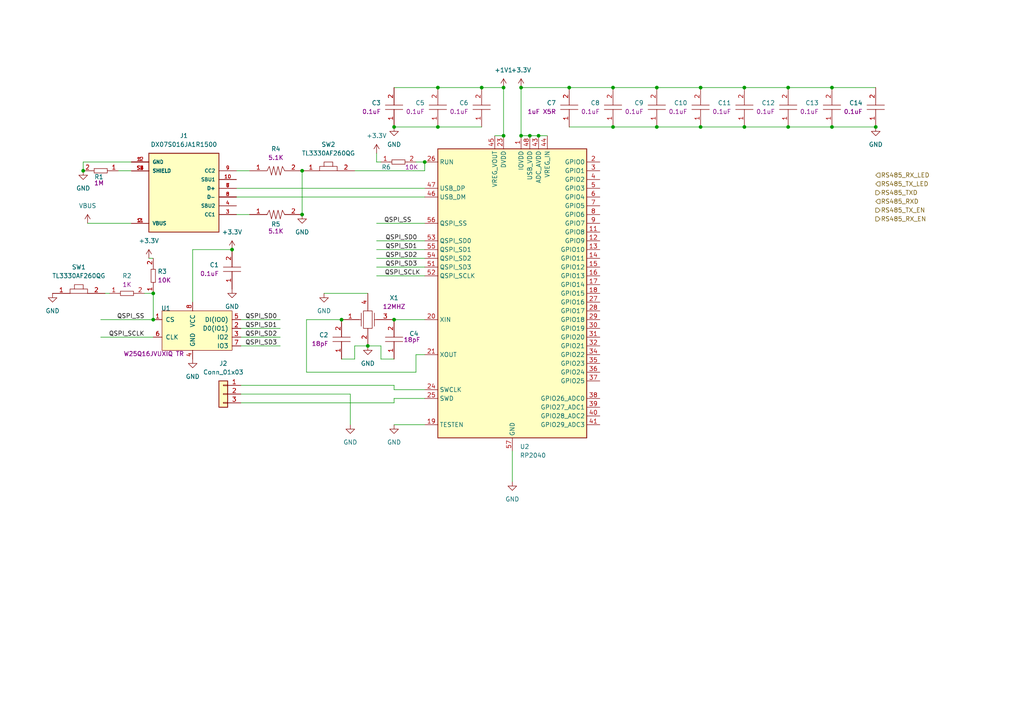
<source format=kicad_sch>
(kicad_sch (version 20231120) (generator "eeschema") (generator_version "8.0")
  (paper "A4")
  (junction (at 177.8 25.4))
  (junction (at 151.13 39.37))
  (junction (at 114.3 92.71))
  (junction (at 215.9 36.83))
  (junction (at 24.13 49.53))
  (junction (at 228.6 36.83))
  (junction (at 106.68 100.33))
  (junction (at 153.67 39.37))
  (junction (at 241.3 36.83))
  (junction (at 44.45 92.71))
  (junction (at 67.31 72.39))
  (junction (at 177.8 36.83))
  (junction (at 114.3 36.83))
  (junction (at 139.7 25.4))
  (junction (at 165.1 25.4))
  (junction (at 203.2 36.83))
  (junction (at 123.19 46.99))
  (junction (at 190.5 25.4))
  (junction (at 87.63 62.23))
  (junction (at 87.63 49.53))
  (junction (at 228.6 25.4))
  (junction (at 146.05 39.37))
  (junction (at 254 36.83))
  (junction (at 127 25.4))
  (junction (at 203.2 25.4))
  (junction (at 44.45 85.09))
  (junction (at 146.05 25.4))
  (junction (at 215.9 25.4))
  (junction (at 156.21 39.37))
  (junction (at 190.5 36.83))
  (junction (at 127 36.83))
  (junction (at 241.3 25.4))
  (junction (at 151.13 25.4))
  (junction (at 99.06 92.71))
  (wire (pts (xy 114.3 25.4) (xy 127 25.4)))
  (wire (pts (xy 38.1 46.99) (xy 24.13 46.99)))
  (wire (pts (xy 109.22 69.85) (xy 123.19 69.85)))
  (wire (pts (xy 88.9 92.71) (xy 88.9 107.95)))
  (wire (pts (xy 69.85 100.33) (xy 81.28 100.33)))
  (wire (pts (xy 254 25.4) (xy 241.3 25.4)))
  (wire (pts (xy 120.65 102.87) (xy 123.19 102.87)))
  (wire (pts (xy 151.13 39.37) (xy 153.67 39.37)))
  (wire (pts (xy 24.13 46.99) (xy 24.13 49.53)))
  (wire (pts (xy 110.49 104.14) (xy 110.49 100.33)))
  (wire (pts (xy 25.4 64.77) (xy 38.1 64.77)))
  (wire (pts (xy 177.8 36.83) (xy 190.5 36.83)))
  (wire (pts (xy 69.85 114.3) (xy 101.6 114.3)))
  (wire (pts (xy 165.1 36.83) (xy 177.8 36.83)))
  (wire (pts (xy 190.5 25.4) (xy 177.8 25.4)))
  (wire (pts (xy 114.3 111.76) (xy 114.3 113.03)))
  (wire (pts (xy 109.22 64.77) (xy 123.19 64.77)))
  (wire (pts (xy 101.6 114.3) (xy 101.6 123.19)))
  (wire (pts (xy 241.3 25.4) (xy 228.6 25.4)))
  (wire (pts (xy 114.3 104.14) (xy 110.49 104.14)))
  (wire (pts (xy 146.05 25.4) (xy 146.05 39.37)))
  (wire (pts (xy 165.1 25.4) (xy 151.13 25.4)))
  (wire (pts (xy 109.22 77.47) (xy 123.19 77.47)))
  (wire (pts (xy 190.5 36.83) (xy 203.2 36.83)))
  (wire (pts (xy 102.87 49.53) (xy 123.19 49.53)))
  (wire (pts (xy 93.98 85.09) (xy 106.68 85.09)))
  (wire (pts (xy 68.58 49.53) (xy 72.39 49.53)))
  (wire (pts (xy 102.87 100.33) (xy 106.68 100.33)))
  (wire (pts (xy 67.31 72.39) (xy 55.88 72.39)))
  (wire (pts (xy 69.85 95.25) (xy 81.28 95.25)))
  (wire (pts (xy 29.21 92.71) (xy 44.45 92.71)))
  (wire (pts (xy 41.91 85.09) (xy 44.45 85.09)))
  (wire (pts (xy 109.22 72.39) (xy 123.19 72.39)))
  (wire (pts (xy 69.85 92.71) (xy 81.28 92.71)))
  (wire (pts (xy 120.65 46.99) (xy 123.19 46.99)))
  (wire (pts (xy 114.3 123.19) (xy 123.19 123.19)))
  (wire (pts (xy 215.9 36.83) (xy 228.6 36.83)))
  (wire (pts (xy 114.3 115.57) (xy 114.3 116.84)))
  (wire (pts (xy 109.22 80.01) (xy 123.19 80.01)))
  (wire (pts (xy 151.13 25.4) (xy 151.13 39.37)))
  (wire (pts (xy 69.85 116.84) (xy 114.3 116.84)))
  (wire (pts (xy 127 36.83) (xy 139.7 36.83)))
  (wire (pts (xy 123.19 115.57) (xy 114.3 115.57)))
  (wire (pts (xy 156.21 39.37) (xy 158.75 39.37)))
  (wire (pts (xy 153.67 39.37) (xy 156.21 39.37)))
  (wire (pts (xy 203.2 36.83) (xy 215.9 36.83)))
  (wire (pts (xy 123.19 49.53) (xy 123.19 46.99)))
  (wire (pts (xy 203.2 25.4) (xy 190.5 25.4)))
  (wire (pts (xy 114.3 113.03) (xy 123.19 113.03)))
  (wire (pts (xy 99.06 104.14) (xy 102.87 104.14)))
  (wire (pts (xy 139.7 25.4) (xy 146.05 25.4)))
  (wire (pts (xy 69.85 111.76) (xy 114.3 111.76)))
  (wire (pts (xy 109.22 74.93) (xy 123.19 74.93)))
  (wire (pts (xy 55.88 72.39) (xy 55.88 87.63)))
  (wire (pts (xy 109.22 46.99) (xy 110.49 46.99)))
  (wire (pts (xy 177.8 25.4) (xy 165.1 25.4)))
  (wire (pts (xy 228.6 36.83) (xy 241.3 36.83)))
  (wire (pts (xy 241.3 36.83) (xy 254 36.83)))
  (wire (pts (xy 34.29 49.53) (xy 38.1 49.53)))
  (wire (pts (xy 88.9 92.71) (xy 99.06 92.71)))
  (wire (pts (xy 29.21 97.79) (xy 44.45 97.79)))
  (wire (pts (xy 31.75 85.09) (xy 30.48 85.09)))
  (wire (pts (xy 114.3 36.83) (xy 127 36.83)))
  (wire (pts (xy 68.58 54.61) (xy 123.19 54.61)))
  (wire (pts (xy 102.87 104.14) (xy 102.87 100.33)))
  (wire (pts (xy 88.9 107.95) (xy 120.65 107.95)))
  (wire (pts (xy 68.58 62.23) (xy 72.39 62.23)))
  (wire (pts (xy 228.6 25.4) (xy 215.9 25.4)))
  (wire (pts (xy 109.22 44.45) (xy 109.22 46.99)))
  (wire (pts (xy 106.68 100.33) (xy 110.49 100.33)))
  (wire (pts (xy 44.45 74.93) (xy 43.18 74.93)))
  (wire (pts (xy 120.65 107.95) (xy 120.65 102.87)))
  (wire (pts (xy 215.9 25.4) (xy 203.2 25.4)))
  (wire (pts (xy 143.51 39.37) (xy 146.05 39.37)))
  (wire (pts (xy 87.63 49.53) (xy 87.63 62.23)))
  (wire (pts (xy 44.45 85.09) (xy 44.45 92.71)))
  (wire (pts (xy 127 25.4) (xy 139.7 25.4)))
  (wire (pts (xy 69.85 97.79) (xy 81.28 97.79)))
  (wire (pts (xy 68.58 57.15) (xy 123.19 57.15)))
  (wire (pts (xy 148.59 139.7) (xy 148.59 130.81)))
  (wire (pts (xy 114.3 92.71) (xy 123.19 92.71)))
  (label "QSPI_SD0" (at 111.76 69.85 0))
  (label "QSPI_SD1" (at 71.12 95.25 0))
  (label "QSPI_SCLK" (at 41.91 97.79 180))
  (label "QSPI_SD3" (at 111.76 77.47 0))
  (label "QSPI_SS" (at 41.91 92.71 180))
  (label "QSPI_SD2" (at 71.12 97.79 0))
  (label "QSPI_SD3" (at 71.12 100.33 0))
  (label "QSPI_SD1" (at 111.76 72.39 0))
  (label "QSPI_SCLK" (at 121.92 80.01 180))
  (label "QSPI_SS" (at 119.38 64.77 180))
  (label "QSPI_SD0" (at 71.12 92.71 0))
  (label "QSPI_SD2" (at 111.76 74.93 0))
  (hierarchical_label "RS485_RXD" (shape input) (at 254 58.42 0))
  (hierarchical_label "RS485_TX_LED" (shape input) (at 254 53.34 0))
  (hierarchical_label "RS485_TXD" (shape output) (at 254 55.88 0))
  (hierarchical_label "RS485_TX_EN" (shape output) (at 254 60.96 0))
  (hierarchical_label "RS485_RX_EN" (shape output) (at 254 63.5 0))
  (hierarchical_label "RS485_RX_LED" (shape input) (at 254 50.8 0))
  (symbol (lib_id "AVR-KiCAD-Lib-ICs:W25Q16JVUXIQ_TR") (at 46.99 101.6 0) (unit 1)
    (property "Reference" "U1" (at 46.736 89.408 0) (effects (justify left)))
    (property "Value" "TEMPLATE" (effects (hide yes)))
    (property "Footprint" "AVR-KiCAD-Lib-ICs:PSON50P300X200X60-9N" (effects (hide yes)))
    (property "Datasheet" "https://www.winbond.com/resource-files/w25q16jv%20spi%20revh%2004082019%20plus.pdf" (effects (hide yes)))
    (property "Description" "FLASH - NOR Memory IC 16Mbit SPI - Quad I/O 133 MHz 6 ns 8-USON (2x3)" (effects (hide yes)))
    (property "Cost QTY: 1" "0.58000" (effects (hide yes)))
    (property "Cost QTY: 1000" "0.43459" (effects (hide yes)))
    (property "Cost QTY: 2500" "*" (effects (hide yes)))
    (property "Cost QTY: 5000" "*" (effects (hide yes)))
    (property "Cost QTY: 10000" "*" (effects (hide yes)))
    (property "MFR" "Winbond Electronics" (effects (hide yes)))
    (property "MFR#" "W25Q16JVUXIQ TR" (effects (hide yes)))
    (property "Vendor" "Digikey" (effects (hide yes)))
    (property "Vendor #" "256-W25Q16JVUXIQTR-ND" (effects (hide yes)))
    (property "Designer" "Adam Vadala-Roth" (effects (hide yes)))
    (property "Height" "0.5mm" (effects (hide yes)))
    (property "Date Created" "4/13/2024" (effects (hide yes)))
    (property "Date Modified" "4/13/2024" (effects (hide yes)))
    (property "Lead-Free ?" "yes" (effects (hide yes)))
    (property "RoHS Levels" "1" (effects (hide yes)))
    (property "Mounting" "SMT" (effects (hide yes)))
    (property "Pin Count #" "8" (effects (hide yes)))
    (property "Status" "Active" (effects (hide yes)))
    (property "Tolerance" "*" (effects (hide yes)))
    (property "Type" "IC" (effects (hide yes)))
    (property "Voltage" "3.3V" (effects (hide yes)))
    (property "Package" "UFDFN" (effects (hide yes)))
    (property "_Value_" "W25Q16JVUXIQ TR" (at 35.814 102.616 0) (effects (justify left)))
    (property "Management_ID" "*" (effects (hide yes)))
  )
  (symbol (lib_id "AVR-KiCAD-Lib-Capacitors:C0402C104K9PACTU") (at 114.3 31.75 90) (unit 1)
    (property "Reference" "C3" (at 110.49 29.8449 90) (effects (justify left)))
    (property "Value" "C0402C104K9PACTU" (effects (hide yes)))
    (property "Footprint" "AVR-KiCAD-Lib-Resistors:R0402" (effects (hide yes)))
    (property "Datasheet" "https://content.kemet.com/datasheets/KEM_C1006_X5R_SMD.pdf" (effects (hide yes)))
    (property "Description" "0.1µF ±10% 6.3V Ceramic Capacitor X5R 0402 (1005 Metric)" (effects (hide yes)))
    (property "Cost QTY: 1" "0.10000" (effects (hide yes)))
    (property "Cost QTY: 1000" "0.01139" (effects (hide yes)))
    (property "Cost QTY: 2500" "0.01035" (effects (hide yes)))
    (property "Cost QTY: 5000" "0.00952" (effects (hide yes)))
    (property "Cost QTY: 10000" "0.00756" (effects (hide yes)))
    (property "MFR" "KEMET" (effects (hide yes)))
    (property "MFR#" "C0402C104K9PACTU" (effects (hide yes)))
    (property "Vendor" "Digikey" (effects (hide yes)))
    (property "Vendor #" "399-3026-6-ND" (effects (hide yes)))
    (property "Designer" "AVR" (effects (hide yes)))
    (property "Height" "0.55mm" (effects (hide yes)))
    (property "Date Created" "12/7/2019" (effects (hide yes)))
    (property "Date Modified" "12/7/2019" (effects (hide yes)))
    (property "Lead-Free ?" "Yes" (effects (hide yes)))
    (property "RoHS Levels" "1" (effects (hide yes)))
    (property "Mounting" "SMT" (effects (hide yes)))
    (property "Pin Count #" "2" (effects (hide yes)))
    (property "Status" "Active" (effects (hide yes)))
    (property "Tolerance" "10%" (effects (hide yes)))
    (property "Type" "Ceramic Cap" (effects (hide yes)))
    (property "Voltage" "6.3V" (effects (hide yes)))
    (property "Package" "0402" (effects (hide yes)))
    (property "_Value_" "0.1uF" (at 110.49 32.3849 90) (effects (justify left)))
    (property "Management_ID" "*" (effects (hide yes)))
  )
  (symbol (lib_id "AVR-KiCAD-Lib-Resistors:RT0603BRD071ML") (at 29.21 49.53 180) (unit 1)
    (property "Reference" "R1" (at 28.702 51.308 0))
    (property "Value" "RT0603BRD071ML" (effects (hide yes)))
    (property "Footprint" "AVR-KiCAD-Lib-Resistors:R0603" (effects (hide yes)))
    (property "Datasheet" "https://www.yageo.com/upload/media/product/app/datasheet/rchip/pyu-rt_1-to-0.01_rohs_l.pdf" (effects (hide yes)))
    (property "Description" "RES SMD 1M OHM 0.1% 1/10W 0603" (effects (hide yes)))
    (property "Cost QTY: 1" "0.13000" (effects (hide yes)))
    (property "Cost QTY: 1000" "0.04943" (effects (hide yes)))
    (property "Cost QTY: 2500" "*" (effects (hide yes)))
    (property "Cost QTY: 5000" "0.03679" (effects (hide yes)))
    (property "Cost QTY: 10000" "0.03224" (effects (hide yes)))
    (property "MFR" "YAGEO" (effects (hide yes)))
    (property "MFR#" "RT0603BRD071ML" (effects (hide yes)))
    (property "Vendor" "Digikey" (effects (hide yes)))
    (property "Vendor #" "YAG4498TR-ND" (effects (hide yes)))
    (property "Designer" "Adam Vadala-Roth" (effects (hide yes)))
    (property "Height" "0.55mm" (effects (hide yes)))
    (property "Date Created" "3/8/2024" (effects (hide yes)))
    (property "Date Modified" "3/8/2024" (effects (hide yes)))
    (property "Lead-Free ?" "Yes" (effects (hide yes)))
    (property "RoHS Levels" "1" (effects (hide yes)))
    (property "Mounting" "SMT" (effects (hide yes)))
    (property "Pin Count #" "2" (effects (hide yes)))
    (property "Status" "Active" (effects (hide yes)))
    (property "Tolerance" "1%" (effects (hide yes)))
    (property "Type" "Resistor" (effects (hide yes)))
    (property "Voltage" "N/A" (effects (hide yes)))
    (property "Package" "0603" (effects (hide yes)))
    (property "_Value_" "1M" (at 28.702 53.086 0))
    (property "Management_ID" "*" (effects (hide yes)))
  )
  (symbol (lib_id "AVR-KiCAD-Lib-Capacitors:C0402C104K9PACTU") (at 190.5 31.75 90) (unit 1)
    (property "Reference" "C9" (at 186.69 29.8449 90) (effects (justify left)))
    (property "Value" "C0402C104K9PACTU" (effects (hide yes)))
    (property "Footprint" "AVR-KiCAD-Lib-Resistors:R0402" (effects (hide yes)))
    (property "Datasheet" "https://content.kemet.com/datasheets/KEM_C1006_X5R_SMD.pdf" (effects (hide yes)))
    (property "Description" "0.1µF ±10% 6.3V Ceramic Capacitor X5R 0402 (1005 Metric)" (effects (hide yes)))
    (property "Cost QTY: 1" "0.10000" (effects (hide yes)))
    (property "Cost QTY: 1000" "0.01139" (effects (hide yes)))
    (property "Cost QTY: 2500" "0.01035" (effects (hide yes)))
    (property "Cost QTY: 5000" "0.00952" (effects (hide yes)))
    (property "Cost QTY: 10000" "0.00756" (effects (hide yes)))
    (property "MFR" "KEMET" (effects (hide yes)))
    (property "MFR#" "C0402C104K9PACTU" (effects (hide yes)))
    (property "Vendor" "Digikey" (effects (hide yes)))
    (property "Vendor #" "399-3026-6-ND" (effects (hide yes)))
    (property "Designer" "AVR" (effects (hide yes)))
    (property "Height" "0.55mm" (effects (hide yes)))
    (property "Date Created" "12/7/2019" (effects (hide yes)))
    (property "Date Modified" "12/7/2019" (effects (hide yes)))
    (property "Lead-Free ?" "Yes" (effects (hide yes)))
    (property "RoHS Levels" "1" (effects (hide yes)))
    (property "Mounting" "SMT" (effects (hide yes)))
    (property "Pin Count #" "2" (effects (hide yes)))
    (property "Status" "Active" (effects (hide yes)))
    (property "Tolerance" "10%" (effects (hide yes)))
    (property "Type" "Ceramic Cap" (effects (hide yes)))
    (property "Voltage" "6.3V" (effects (hide yes)))
    (property "Package" "0402" (effects (hide yes)))
    (property "_Value_" "0.1uF" (at 186.69 32.3849 90) (effects (justify left)))
    (property "Management_ID" "*" (effects (hide yes)))
  )
  (symbol (lib_id "AVR-KiCAD-Lib-Mech-Switches:TL3330AF260QG") (at 95.25 49.53 0) (unit 1)
    (property "Reference" "SW2" (at 95.25 41.91 0))
    (property "Value" "TL3330AF260QG" (at 95.25 44.45 0))
    (property "Footprint" "AVR-KiCAD-Lib-Mech-Switches:SW_TL3330AF260QG" (effects (hide yes)))
    (property "Datasheet" "https://sten-eswitch-13110800-production.s3.amazonaws.com/system/asset/product_line/data_sheet/163/TL3330.pdf" (effects (hide yes)))
    (property "Description" "Tactile Switch SPST-NO Side Actuated Surface Mount, Right Angle" (effects (hide yes)))
    (property "Cost QTY: 1" "0.51000" (effects (hide yes)))
    (property "Cost QTY: 1000" "0.30734" (effects (hide yes)))
    (property "Cost QTY: 2500" "0.30734" (effects (hide yes)))
    (property "Cost QTY: 5000" "0.29107" (effects (hide yes)))
    (property "Cost QTY: 10000" "0.26938" (effects (hide yes)))
    (property "MFR" "E-Switch" (effects (hide yes)))
    (property "MFR#" "TL3330AF260QG" (effects (hide yes)))
    (property "Vendor" "Digikey" (effects (hide yes)))
    (property "Vendor #" "EG4389TR-ND" (effects (hide yes)))
    (property "Designer" "AVR" (effects (hide yes)))
    (property "Height" "4.4mm" (effects (hide yes)))
    (property "Date Created" "4/14/2024" (effects (hide yes)))
    (property "Date Modified" "4/14/2024" (effects (hide yes)))
    (property "Lead-Free ?" "Yes" (effects (hide yes)))
    (property "RoHS Levels" "1" (effects (hide yes)))
    (property "Mounting" "SMT" (effects (hide yes)))
    (property "Pin Count #" "2" (effects (hide yes)))
    (property "Status" "Active" (effects (hide yes)))
    (property "Tolerance" "*" (effects (hide yes)))
    (property "Type" "Mechanical Momentary Switch " (effects (hide yes)))
    (property "Voltage" "12VDC" (effects (hide yes)))
    (property "Package" "Proprietary" (effects (hide yes)))
    (property "_Value_" "TL3330AF260QG" (effects (hide yes)))
    (property "Management_ID" "*" (effects (hide yes)))
  )
  (symbol (lib_id "power:GND") (at 24.13 49.53 0) (unit 1)
    (property "Reference" "#PWR02" (effects (hide yes)))
    (property "Value" "GND" (at 24.13 54.61 0))
  )
  (symbol (lib_id "power:GND") (at 15.24 85.09 0) (unit 1)
    (property "Reference" "#PWR01" (effects (hide yes)))
    (property "Value" "GND" (at 15.24 90.17 0))
  )
  (symbol (lib_id "AVR-KiCAD-Lib-Capacitors:GCM1555C1H180GA16D") (at 99.06 99.06 90) (unit 1)
    (property "Reference" "C2" (at 95.25 97.1549 90) (effects (justify left)))
    (property "Value" "GCM1555C1H180GA16D" (effects (hide yes)))
    (property "Footprint" "growbox-KiCAD-Capacitors:C0402" (effects (hide yes)))
    (property "Datasheet" "https://search.murata.co.jp/Ceramy/image/img/A01X/G101/ENG/GCM1555C1H180GA16-01.pdf" (effects (hide yes)))
    (property "Description" "18pF ±2% 50V Ceramic Capacitor C0G, NP0 0402 (1005 Metric)" (effects (hide yes)))
    (property "Cost QTY: 1" "0.11000" (effects (hide yes)))
    (property "Cost QTY: 1000" "0.02079" (effects (hide yes)))
    (property "Cost QTY: 2500" "0.01934" (effects (hide yes)))
    (property "Cost QTY: 5000" "0.01770" (effects (hide yes)))
    (property "Cost QTY: 10000" "0.01432" (effects (hide yes)))
    (property "MFR" "Murata Electronics" (effects (hide yes)))
    (property "MFR#" "GCM1555C1H180GA16D" (effects (hide yes)))
    (property "Vendor" "Digikey" (effects (hide yes)))
    (property "Vendor #" "490-16456-2-ND" (effects (hide yes)))
    (property "Designer" "AVR" (effects (hide yes)))
    (property "Height" "0.55mm" (effects (hide yes)))
    (property "Date Created" "6/16/2020" (effects (hide yes)))
    (property "Date Modified" "6/16/2020" (effects (hide yes)))
    (property "Lead-Free ?" "Yes" (effects (hide yes)))
    (property "RoHS Levels" "1" (effects (hide yes)))
    (property "Mounting" "SMT" (effects (hide yes)))
    (property "Pin Count #" "2" (effects (hide yes)))
    (property "Status" "Active" (effects (hide yes)))
    (property "Tolerance" "2%" (effects (hide yes)))
    (property "Type" "Ceramic CAP" (effects (hide yes)))
    (property "Voltage" "50V" (effects (hide yes)))
    (property "Package" "0402" (effects (hide yes)))
    (property "_Value_" "18pF" (at 95.25 99.6949 90) (effects (justify left)))
    (property "Management_ID" "*" (effects (hide yes)))
  )
  (symbol (lib_id "AVR-KiCAD-Lib-Capacitors:GCM1555C1H180GA16D") (at 114.3 99.06 90) (unit 1)
    (property "Reference" "C4" (at 121.412 96.774 90) (effects (justify left)))
    (property "Value" "GCM1555C1H180GA16D" (effects (hide yes)))
    (property "Footprint" "growbox-KiCAD-Capacitors:C0402" (effects (hide yes)))
    (property "Datasheet" "https://search.murata.co.jp/Ceramy/image/img/A01X/G101/ENG/GCM1555C1H180GA16-01.pdf" (effects (hide yes)))
    (property "Description" "18pF ±2% 50V Ceramic Capacitor C0G, NP0 0402 (1005 Metric)" (effects (hide yes)))
    (property "Cost QTY: 1" "0.11000" (effects (hide yes)))
    (property "Cost QTY: 1000" "0.02079" (effects (hide yes)))
    (property "Cost QTY: 2500" "0.01934" (effects (hide yes)))
    (property "Cost QTY: 5000" "0.01770" (effects (hide yes)))
    (property "Cost QTY: 10000" "0.01432" (effects (hide yes)))
    (property "MFR" "Murata Electronics" (effects (hide yes)))
    (property "MFR#" "GCM1555C1H180GA16D" (effects (hide yes)))
    (property "Vendor" "Digikey" (effects (hide yes)))
    (property "Vendor #" "490-16456-2-ND" (effects (hide yes)))
    (property "Designer" "AVR" (effects (hide yes)))
    (property "Height" "0.55mm" (effects (hide yes)))
    (property "Date Created" "6/16/2020" (effects (hide yes)))
    (property "Date Modified" "6/16/2020" (effects (hide yes)))
    (property "Lead-Free ?" "Yes" (effects (hide yes)))
    (property "RoHS Levels" "1" (effects (hide yes)))
    (property "Mounting" "SMT" (effects (hide yes)))
    (property "Pin Count #" "2" (effects (hide yes)))
    (property "Status" "Active" (effects (hide yes)))
    (property "Tolerance" "2%" (effects (hide yes)))
    (property "Type" "Ceramic CAP" (effects (hide yes)))
    (property "Voltage" "50V" (effects (hide yes)))
    (property "Package" "0402" (effects (hide yes)))
    (property "_Value_" "18pF" (at 121.92 98.552 90) (effects (justify left)))
    (property "Management_ID" "*" (effects (hide yes)))
  )
  (symbol (lib_id "AVR-KiCAD-Lib-Resistors:RC0402FR-0710KL") (at 115.57 46.99 0) (unit 1)
    (property "Reference" "R6" (at 112.014 48.514 0))
    (property "Value" "RC0402FR-0710KL" (effects (hide yes)))
    (property "Footprint" "AVR-KiCAD-Lib-Resistors:R0402" (effects (hide yes)))
    (property "Datasheet" "https://www.yageo.com/upload/media/product/productsearch/datasheet/rchip/PYu-RC_Group_51_RoHS_L_10.pdf" (effects (hide yes)))
    (property "Description" "10 kOhms ±1% 0.063W, 1/16W Chip Resistor 0402 (1005 Metric) Moisture Resistant Thick Film" (effects (hide yes)))
    (property "Cost QTY: 1" "0.10000" (effects (hide yes)))
    (property "Cost QTY: 1000" "0.00289" (effects (hide yes)))
    (property "Cost QTY: 2500" "0.00251" (effects (hide yes)))
    (property "Cost QTY: 5000" "0.00207" (effects (hide yes)))
    (property "Cost QTY: 10000" "*" (effects (hide yes)))
    (property "MFR" "Yageo" (effects (hide yes)))
    (property "MFR#" "RC0402FR-0710KL" (effects (hide yes)))
    (property "Vendor" "Digikey" (effects (hide yes)))
    (property "Vendor #" "311-10.0KLRCT-ND" (effects (hide yes)))
    (property "Designer" "AVR" (effects (hide yes)))
    (property "Height" "0.4mm" (effects (hide yes)))
    (property "Date Created" "12/11/2019" (effects (hide yes)))
    (property "Date Modified" "12/11/2019" (effects (hide yes)))
    (property "Lead-Free ?" "Yes" (effects (hide yes)))
    (property "RoHS Levels" "1" (effects (hide yes)))
    (property "Mounting" "SMT" (effects (hide yes)))
    (property "Pin Count #" "2" (effects (hide yes)))
    (property "Status" "Active" (effects (hide yes)))
    (property "Tolerance" "1%" (effects (hide yes)))
    (property "Type" "Thick FIlm Resistor" (effects (hide yes)))
    (property "Voltage" "*" (effects (hide yes)))
    (property "Package" "0402" (effects (hide yes)))
    (property "_Value_" "10K" (at 119.38 48.514 0))
    (property "Management_ID" "*" (effects (hide yes)))
  )
  (symbol (lib_id "power:GND") (at 101.6 123.19 0) (unit 1)
    (property "Reference" "#PWR010" (effects (hide yes)))
    (property "Value" "GND" (at 101.6 128.27 0))
  )
  (symbol (lib_id "AVR-KiCAD-Lib-Capacitors:C0402C104K9PACTU") (at 67.31 78.74 90) (unit 1)
    (property "Reference" "C1" (at 63.5 76.8349 90) (effects (justify left)))
    (property "Value" "C0402C104K9PACTU" (effects (hide yes)))
    (property "Footprint" "AVR-KiCAD-Lib-Resistors:R0402" (effects (hide yes)))
    (property "Datasheet" "https://content.kemet.com/datasheets/KEM_C1006_X5R_SMD.pdf" (effects (hide yes)))
    (property "Description" "0.1µF ±10% 6.3V Ceramic Capacitor X5R 0402 (1005 Metric)" (effects (hide yes)))
    (property "Cost QTY: 1" "0.10000" (effects (hide yes)))
    (property "Cost QTY: 1000" "0.01139" (effects (hide yes)))
    (property "Cost QTY: 2500" "0.01035" (effects (hide yes)))
    (property "Cost QTY: 5000" "0.00952" (effects (hide yes)))
    (property "Cost QTY: 10000" "0.00756" (effects (hide yes)))
    (property "MFR" "KEMET" (effects (hide yes)))
    (property "MFR#" "C0402C104K9PACTU" (effects (hide yes)))
    (property "Vendor" "Digikey" (effects (hide yes)))
    (property "Vendor #" "399-3026-6-ND" (effects (hide yes)))
    (property "Designer" "AVR" (effects (hide yes)))
    (property "Height" "0.55mm" (effects (hide yes)))
    (property "Date Created" "12/7/2019" (effects (hide yes)))
    (property "Date Modified" "12/7/2019" (effects (hide yes)))
    (property "Lead-Free ?" "Yes" (effects (hide yes)))
    (property "RoHS Levels" "1" (effects (hide yes)))
    (property "Mounting" "SMT" (effects (hide yes)))
    (property "Pin Count #" "2" (effects (hide yes)))
    (property "Status" "Active" (effects (hide yes)))
    (property "Tolerance" "10%" (effects (hide yes)))
    (property "Type" "Ceramic Cap" (effects (hide yes)))
    (property "Voltage" "6.3V" (effects (hide yes)))
    (property "Package" "0402" (effects (hide yes)))
    (property "_Value_" "0.1uF" (at 63.5 79.3749 90) (effects (justify left)))
    (property "Management_ID" "*" (effects (hide yes)))
  )
  (symbol (lib_id "power:GND") (at 254 36.83 0) (unit 1)
    (property "Reference" "#PWR018" (effects (hide yes)))
    (property "Value" "GND" (at 254 41.91 0))
  )
  (symbol (lib_id "MCU_RaspberryPi:RP2040") (at 148.59 85.09 0) (unit 1)
    (property "Reference" "U2" (at 150.7841 129.54 0) (effects (justify left)))
    (property "Value" "RP2040" (at 150.7841 132.08 0) (effects (justify left)))
    (property "Footprint" "Package_DFN_QFN:QFN-56-1EP_7x7mm_P0.4mm_EP3.2x3.2mm" (effects (hide yes)))
    (property "Datasheet" "https://datasheets.raspberrypi.com/rp2040/rp2040-datasheet.pdf" (effects (hide yes)))
    (property "Description" "A microcontroller by Raspberry Pi" (effects (hide yes)))
  )
  (symbol (lib_id "AVR-KiCAD-Lib-Capacitors:C0402C104K9PACTU") (at 241.3 31.75 90) (unit 1)
    (property "Reference" "C13" (at 237.49 29.8449 90) (effects (justify left)))
    (property "Value" "C0402C104K9PACTU" (effects (hide yes)))
    (property "Footprint" "AVR-KiCAD-Lib-Resistors:R0402" (effects (hide yes)))
    (property "Datasheet" "https://content.kemet.com/datasheets/KEM_C1006_X5R_SMD.pdf" (effects (hide yes)))
    (property "Description" "0.1µF ±10% 6.3V Ceramic Capacitor X5R 0402 (1005 Metric)" (effects (hide yes)))
    (property "Cost QTY: 1" "0.10000" (effects (hide yes)))
    (property "Cost QTY: 1000" "0.01139" (effects (hide yes)))
    (property "Cost QTY: 2500" "0.01035" (effects (hide yes)))
    (property "Cost QTY: 5000" "0.00952" (effects (hide yes)))
    (property "Cost QTY: 10000" "0.00756" (effects (hide yes)))
    (property "MFR" "KEMET" (effects (hide yes)))
    (property "MFR#" "C0402C104K9PACTU" (effects (hide yes)))
    (property "Vendor" "Digikey" (effects (hide yes)))
    (property "Vendor #" "399-3026-6-ND" (effects (hide yes)))
    (property "Designer" "AVR" (effects (hide yes)))
    (property "Height" "0.55mm" (effects (hide yes)))
    (property "Date Created" "12/7/2019" (effects (hide yes)))
    (property "Date Modified" "12/7/2019" (effects (hide yes)))
    (property "Lead-Free ?" "Yes" (effects (hide yes)))
    (property "RoHS Levels" "1" (effects (hide yes)))
    (property "Mounting" "SMT" (effects (hide yes)))
    (property "Pin Count #" "2" (effects (hide yes)))
    (property "Status" "Active" (effects (hide yes)))
    (property "Tolerance" "10%" (effects (hide yes)))
    (property "Type" "Ceramic Cap" (effects (hide yes)))
    (property "Voltage" "6.3V" (effects (hide yes)))
    (property "Package" "0402" (effects (hide yes)))
    (property "_Value_" "0.1uF" (at 237.49 32.3849 90) (effects (justify left)))
    (property "Management_ID" "*" (effects (hide yes)))
  )
  (symbol (lib_id "power:GND") (at 55.88 104.14 0) (unit 1)
    (property "Reference" "#PWR05" (effects (hide yes)))
    (property "Value" "GND" (at 55.88 109.22 0))
  )
  (symbol (lib_id "AVR-KiCAD-Lib-Resistors:RC1206FR-075K1L") (at 80.01 62.23 0) (unit 1)
    (property "Reference" "R5" (at 80.01 65.024 0))
    (property "Value" "RC1206FR-075K1L" (effects (hide yes)))
    (property "Footprint" "AVR-KiCAD-Lib-Resistors:R1206" (effects (hide yes)))
    (property "Description" "RES SMD 5.1K OHM 1% 1/4W 1206" (effects (hide yes)))
    (property "Cost QTY: 1" "0.10000	" (effects (hide yes)))
    (property "Cost QTY: 1000" "0.01480" (effects (hide yes)))
    (property "Cost QTY: 2500" "0.01300" (effects (hide yes)))
    (property "Cost QTY: 5000" "*" (effects (hide yes)))
    (property "Cost QTY: 10000" "*" (effects (hide yes)))
    (property "MFR" "Yageo" (effects (hide yes)))
    (property "MFR#" "RC1206FR-075K1L" (effects (hide yes)))
    (property "Vendor" "Digikey" (effects (hide yes)))
    (property "Vendor #" "311-5.10KFRCT-ND" (effects (hide yes)))
    (property "Designer" "AVR" (effects (hide yes)))
    (property "Height" "0.65mm" (effects (hide yes)))
    (property "Date Created" "5/2/2019" (effects (hide yes)))
    (property "Date Modified" "5/2/2019" (effects (hide yes)))
    (property "Lead-Free ?" "Yes" (effects (hide yes)))
    (property "RoHS Levels" "1" (effects (hide yes)))
    (property "Mounting" "SMT" (effects (hide yes)))
    (property "Pin Count #" "2" (effects (hide yes)))
    (property "Status" "Active" (effects (hide yes)))
    (property "Tolerance" "1%" (effects (hide yes)))
    (property "Type" "SMT Chip Resistor " (effects (hide yes)))
    (property "Voltage" "*" (effects (hide yes)))
    (property "Package" "1206" (effects (hide yes)))
    (property "_Value_" "5.1K" (at 80.01 67.056 0))
    (property "Management_ID" "*" (effects (hide yes)))
  )
  (symbol (lib_id "AVR-KiCAD-Lib-Capacitors:C0402C104K9PACTU") (at 177.8 31.75 90) (unit 1)
    (property "Reference" "C8" (at 173.99 29.8449 90) (effects (justify left)))
    (property "Value" "C0402C104K9PACTU" (effects (hide yes)))
    (property "Footprint" "AVR-KiCAD-Lib-Resistors:R0402" (effects (hide yes)))
    (property "Datasheet" "https://content.kemet.com/datasheets/KEM_C1006_X5R_SMD.pdf" (effects (hide yes)))
    (property "Description" "0.1µF ±10% 6.3V Ceramic Capacitor X5R 0402 (1005 Metric)" (effects (hide yes)))
    (property "Cost QTY: 1" "0.10000" (effects (hide yes)))
    (property "Cost QTY: 1000" "0.01139" (effects (hide yes)))
    (property "Cost QTY: 2500" "0.01035" (effects (hide yes)))
    (property "Cost QTY: 5000" "0.00952" (effects (hide yes)))
    (property "Cost QTY: 10000" "0.00756" (effects (hide yes)))
    (property "MFR" "KEMET" (effects (hide yes)))
    (property "MFR#" "C0402C104K9PACTU" (effects (hide yes)))
    (property "Vendor" "Digikey" (effects (hide yes)))
    (property "Vendor #" "399-3026-6-ND" (effects (hide yes)))
    (property "Designer" "AVR" (effects (hide yes)))
    (property "Height" "0.55mm" (effects (hide yes)))
    (property "Date Created" "12/7/2019" (effects (hide yes)))
    (property "Date Modified" "12/7/2019" (effects (hide yes)))
    (property "Lead-Free ?" "Yes" (effects (hide yes)))
    (property "RoHS Levels" "1" (effects (hide yes)))
    (property "Mounting" "SMT" (effects (hide yes)))
    (property "Pin Count #" "2" (effects (hide yes)))
    (property "Status" "Active" (effects (hide yes)))
    (property "Tolerance" "10%" (effects (hide yes)))
    (property "Type" "Ceramic Cap" (effects (hide yes)))
    (property "Voltage" "6.3V" (effects (hide yes)))
    (property "Package" "0402" (effects (hide yes)))
    (property "_Value_" "0.1uF" (at 173.99 32.3849 90) (effects (justify left)))
    (property "Management_ID" "*" (effects (hide yes)))
  )
  (symbol (lib_id "power:GND") (at 87.63 62.23 0) (unit 1)
    (property "Reference" "#PWR08" (effects (hide yes)))
    (property "Value" "GND" (at 87.63 67.31 0))
  )
  (symbol (lib_id "AVR-KiCAD-Lib-Capacitors:C0402C104K9PACTU") (at 254 31.75 90) (unit 1)
    (property "Reference" "C14" (at 250.19 29.8449 90) (effects (justify left)))
    (property "Value" "C0402C104K9PACTU" (effects (hide yes)))
    (property "Footprint" "AVR-KiCAD-Lib-Resistors:R0402" (effects (hide yes)))
    (property "Datasheet" "https://content.kemet.com/datasheets/KEM_C1006_X5R_SMD.pdf" (effects (hide yes)))
    (property "Description" "0.1µF ±10% 6.3V Ceramic Capacitor X5R 0402 (1005 Metric)" (effects (hide yes)))
    (property "Cost QTY: 1" "0.10000" (effects (hide yes)))
    (property "Cost QTY: 1000" "0.01139" (effects (hide yes)))
    (property "Cost QTY: 2500" "0.01035" (effects (hide yes)))
    (property "Cost QTY: 5000" "0.00952" (effects (hide yes)))
    (property "Cost QTY: 10000" "0.00756" (effects (hide yes)))
    (property "MFR" "KEMET" (effects (hide yes)))
    (property "MFR#" "C0402C104K9PACTU" (effects (hide yes)))
    (property "Vendor" "Digikey" (effects (hide yes)))
    (property "Vendor #" "399-3026-6-ND" (effects (hide yes)))
    (property "Designer" "AVR" (effects (hide yes)))
    (property "Height" "0.55mm" (effects (hide yes)))
    (property "Date Created" "12/7/2019" (effects (hide yes)))
    (property "Date Modified" "12/7/2019" (effects (hide yes)))
    (property "Lead-Free ?" "Yes" (effects (hide yes)))
    (property "RoHS Levels" "1" (effects (hide yes)))
    (property "Mounting" "SMT" (effects (hide yes)))
    (property "Pin Count #" "2" (effects (hide yes)))
    (property "Status" "Active" (effects (hide yes)))
    (property "Tolerance" "10%" (effects (hide yes)))
    (property "Type" "Ceramic Cap" (effects (hide yes)))
    (property "Voltage" "6.3V" (effects (hide yes)))
    (property "Package" "0402" (effects (hide yes)))
    (property "_Value_" "0.1uF" (at 250.19 32.3849 90) (effects (justify left)))
    (property "Management_ID" "*" (effects (hide yes)))
  )
  (symbol (lib_id "AVR-KiCAD-Lib-Mech-Switches:TL3330AF260QG") (at 22.86 85.09 0) (unit 1)
    (property "Reference" "SW1" (at 22.86 77.47 0))
    (property "Value" "TL3330AF260QG" (at 22.86 80.01 0))
    (property "Footprint" "AVR-KiCAD-Lib-Mech-Switches:SW_TL3330AF260QG" (effects (hide yes)))
    (property "Datasheet" "https://sten-eswitch-13110800-production.s3.amazonaws.com/system/asset/product_line/data_sheet/163/TL3330.pdf" (effects (hide yes)))
    (property "Description" "Tactile Switch SPST-NO Side Actuated Surface Mount, Right Angle" (effects (hide yes)))
    (property "Cost QTY: 1" "0.51000" (effects (hide yes)))
    (property "Cost QTY: 1000" "0.30734" (effects (hide yes)))
    (property "Cost QTY: 2500" "0.30734" (effects (hide yes)))
    (property "Cost QTY: 5000" "0.29107" (effects (hide yes)))
    (property "Cost QTY: 10000" "0.26938" (effects (hide yes)))
    (property "MFR" "E-Switch" (effects (hide yes)))
    (property "MFR#" "TL3330AF260QG" (effects (hide yes)))
    (property "Vendor" "Digikey" (effects (hide yes)))
    (property "Vendor #" "EG4389TR-ND" (effects (hide yes)))
    (property "Designer" "AVR" (effects (hide yes)))
    (property "Height" "4.4mm" (effects (hide yes)))
    (property "Date Created" "4/14/2024" (effects (hide yes)))
    (property "Date Modified" "4/14/2024" (effects (hide yes)))
    (property "Lead-Free ?" "Yes" (effects (hide yes)))
    (property "RoHS Levels" "1" (effects (hide yes)))
    (property "Mounting" "SMT" (effects (hide yes)))
    (property "Pin Count #" "2" (effects (hide yes)))
    (property "Status" "Active" (effects (hide yes)))
    (property "Tolerance" "*" (effects (hide yes)))
    (property "Type" "Mechanical Momentary Switch " (effects (hide yes)))
    (property "Voltage" "12VDC" (effects (hide yes)))
    (property "Package" "Proprietary" (effects (hide yes)))
    (property "_Value_" "TL3330AF260QG" (effects (hide yes)))
    (property "Management_ID" "*" (effects (hide yes)))
  )
  (symbol (lib_id "AVR-KiCAD-Lib-Capacitors:C0402C104K9PACTU") (at 203.2 31.75 90) (unit 1)
    (property "Reference" "C10" (at 199.39 29.8449 90) (effects (justify left)))
    (property "Value" "C0402C104K9PACTU" (effects (hide yes)))
    (property "Footprint" "AVR-KiCAD-Lib-Resistors:R0402" (effects (hide yes)))
    (property "Datasheet" "https://content.kemet.com/datasheets/KEM_C1006_X5R_SMD.pdf" (effects (hide yes)))
    (property "Description" "0.1µF ±10% 6.3V Ceramic Capacitor X5R 0402 (1005 Metric)" (effects (hide yes)))
    (property "Cost QTY: 1" "0.10000" (effects (hide yes)))
    (property "Cost QTY: 1000" "0.01139" (effects (hide yes)))
    (property "Cost QTY: 2500" "0.01035" (effects (hide yes)))
    (property "Cost QTY: 5000" "0.00952" (effects (hide yes)))
    (property "Cost QTY: 10000" "0.00756" (effects (hide yes)))
    (property "MFR" "KEMET" (effects (hide yes)))
    (property "MFR#" "C0402C104K9PACTU" (effects (hide yes)))
    (property "Vendor" "Digikey" (effects (hide yes)))
    (property "Vendor #" "399-3026-6-ND" (effects (hide yes)))
    (property "Designer" "AVR" (effects (hide yes)))
    (property "Height" "0.55mm" (effects (hide yes)))
    (property "Date Created" "12/7/2019" (effects (hide yes)))
    (property "Date Modified" "12/7/2019" (effects (hide yes)))
    (property "Lead-Free ?" "Yes" (effects (hide yes)))
    (property "RoHS Levels" "1" (effects (hide yes)))
    (property "Mounting" "SMT" (effects (hide yes)))
    (property "Pin Count #" "2" (effects (hide yes)))
    (property "Status" "Active" (effects (hide yes)))
    (property "Tolerance" "10%" (effects (hide yes)))
    (property "Type" "Ceramic Cap" (effects (hide yes)))
    (property "Voltage" "6.3V" (effects (hide yes)))
    (property "Package" "0402" (effects (hide yes)))
    (property "_Value_" "0.1uF" (at 199.39 32.3849 90) (effects (justify left)))
    (property "Management_ID" "*" (effects (hide yes)))
  )
  (symbol (lib_id "Connector_Generic:Conn_01x03") (at 64.77 114.3 0) (mirror y) (unit 1)
    (property "Reference" "J2" (at 64.77 105.41 0))
    (property "Value" "Conn_01x03" (at 64.77 107.95 0))
    (property "Description" "Generic connector, single row, 01x03, script generated (kicad-library-utils/schlib/autogen/connector/)" (effects (hide yes)))
  )
  (symbol (lib_id "AVR-KiCAD-Lib-Resistors:RC0402FR-071KL") (at 36.83 85.09 0) (unit 1)
    (property "Reference" "R2" (at 36.83 80.01 0))
    (property "Value" "RC0402FR-071KL" (effects (hide yes)))
    (property "Footprint" "AVR-KiCAD-Lib-Resistors:R0402" (effects (hide yes)))
    (property "Datasheet" "https://www.yageo.com/upload/media/product/productsearch/datasheet/rchip/PYu-RC_Group_51_RoHS_L_10.pdf" (effects (hide yes)))
    (property "Description" "1 kOhms ±1% 0.063W, 1/16W Chip Resistor 0402 (1005 Metric) Moisture Resistant Thick Film" (effects (hide yes)))
    (property "Cost QTY: 1" "0.10000" (effects (hide yes)))
    (property "Cost QTY: 1000" "0.00289" (effects (hide yes)))
    (property "Cost QTY: 2500" "0.00251" (effects (hide yes)))
    (property "Cost QTY: 5000" "0.00207" (effects (hide yes)))
    (property "Cost QTY: 10000" "0.00163" (effects (hide yes)))
    (property "MFR" "Yageo" (effects (hide yes)))
    (property "MFR#" "RC0402FR-071KL" (effects (hide yes)))
    (property "Vendor" "Digikey" (effects (hide yes)))
    (property "Vendor #" "311-1.00KLRTR-ND" (effects (hide yes)))
    (property "Designer" "AVR" (effects (hide yes)))
    (property "Height" "0.4mm" (effects (hide yes)))
    (property "Date Created" "12/11/2019" (effects (hide yes)))
    (property "Date Modified" "12/11/2019" (effects (hide yes)))
    (property "Lead-Free ?" "Yes" (effects (hide yes)))
    (property "RoHS Levels" "1" (effects (hide yes)))
    (property "Mounting" "SMT" (effects (hide yes)))
    (property "Pin Count #" "2" (effects (hide yes)))
    (property "Status" "Active" (effects (hide yes)))
    (property "Tolerance" "1%" (effects (hide yes)))
    (property "Type" "Thick Film Resistor" (effects (hide yes)))
    (property "Voltage" "*" (effects (hide yes)))
    (property "Package" "0402" (effects (hide yes)))
    (property "_Value_" "1K" (at 36.83 82.55 0))
    (property "Management_ID" "*" (effects (hide yes)))
  )
  (symbol (lib_id "power:GND") (at 148.59 139.7 0) (unit 1)
    (property "Reference" "#PWR016" (effects (hide yes)))
    (property "Value" "GND" (at 148.59 144.78 0))
  )
  (symbol (lib_id "power:GND") (at 67.31 83.82 0) (unit 1)
    (property "Reference" "#PWR07" (effects (hide yes)))
    (property "Value" "GND" (at 67.31 88.9 0))
  )
  (symbol (lib_id "AVR-KiCAD-Lib-Capacitors:C0402C104K9PACTU") (at 215.9 31.75 90) (unit 1)
    (property "Reference" "C11" (at 212.09 29.8449 90) (effects (justify left)))
    (property "Value" "C0402C104K9PACTU" (effects (hide yes)))
    (property "Footprint" "AVR-KiCAD-Lib-Resistors:R0402" (effects (hide yes)))
    (property "Datasheet" "https://content.kemet.com/datasheets/KEM_C1006_X5R_SMD.pdf" (effects (hide yes)))
    (property "Description" "0.1µF ±10% 6.3V Ceramic Capacitor X5R 0402 (1005 Metric)" (effects (hide yes)))
    (property "Cost QTY: 1" "0.10000" (effects (hide yes)))
    (property "Cost QTY: 1000" "0.01139" (effects (hide yes)))
    (property "Cost QTY: 2500" "0.01035" (effects (hide yes)))
    (property "Cost QTY: 5000" "0.00952" (effects (hide yes)))
    (property "Cost QTY: 10000" "0.00756" (effects (hide yes)))
    (property "MFR" "KEMET" (effects (hide yes)))
    (property "MFR#" "C0402C104K9PACTU" (effects (hide yes)))
    (property "Vendor" "Digikey" (effects (hide yes)))
    (property "Vendor #" "399-3026-6-ND" (effects (hide yes)))
    (property "Designer" "AVR" (effects (hide yes)))
    (property "Height" "0.55mm" (effects (hide yes)))
    (property "Date Created" "12/7/2019" (effects (hide yes)))
    (property "Date Modified" "12/7/2019" (effects (hide yes)))
    (property "Lead-Free ?" "Yes" (effects (hide yes)))
    (property "RoHS Levels" "1" (effects (hide yes)))
    (property "Mounting" "SMT" (effects (hide yes)))
    (property "Pin Count #" "2" (effects (hide yes)))
    (property "Status" "Active" (effects (hide yes)))
    (property "Tolerance" "10%" (effects (hide yes)))
    (property "Type" "Ceramic Cap" (effects (hide yes)))
    (property "Voltage" "6.3V" (effects (hide yes)))
    (property "Package" "0402" (effects (hide yes)))
    (property "_Value_" "0.1uF" (at 212.09 32.3849 90) (effects (justify left)))
    (property "Management_ID" "*" (effects (hide yes)))
  )
  (symbol (lib_id "power:+3.3V") (at 43.18 74.93 0) (unit 1)
    (property "Reference" "#PWR04" (effects (hide yes)))
    (property "Value" "+3.3V" (at 43.18 69.85 0))
  )
  (symbol (lib_id "power:+1V1") (at 146.05 25.4 0) (unit 1)
    (property "Reference" "#PWR015" (effects (hide yes)))
    (property "Value" "+1V1" (at 146.05 20.32 0))
  )
  (symbol (lib_id "power:GND") (at 93.98 85.09 0) (unit 1)
    (property "Reference" "#PWR09" (effects (hide yes)))
    (property "Value" "GND" (at 93.98 90.17 0))
  )
  (symbol (lib_id "power:+3.3V") (at 109.22 44.45 0) (unit 1)
    (property "Reference" "#PWR012" (effects (hide yes)))
    (property "Value" "+3.3V" (at 109.22 39.37 0))
  )
  (symbol (lib_id "power:+3.3V") (at 151.13 25.4 0) (unit 1)
    (property "Reference" "#PWR017" (effects (hide yes)))
    (property "Value" "+3.3V" (at 151.13 20.32 0))
  )
  (symbol (lib_id "AVR-KiCAD-Lib-Resistors:RC1206FR-075K1L") (at 80.01 49.53 0) (unit 1)
    (property "Reference" "R4" (at 80.01 43.18 0))
    (property "Value" "RC1206FR-075K1L" (effects (hide yes)))
    (property "Footprint" "AVR-KiCAD-Lib-Resistors:R1206" (effects (hide yes)))
    (property "Description" "RES SMD 5.1K OHM 1% 1/4W 1206" (effects (hide yes)))
    (property "Cost QTY: 1" "0.10000	" (effects (hide yes)))
    (property "Cost QTY: 1000" "0.01480" (effects (hide yes)))
    (property "Cost QTY: 2500" "0.01300" (effects (hide yes)))
    (property "Cost QTY: 5000" "*" (effects (hide yes)))
    (property "Cost QTY: 10000" "*" (effects (hide yes)))
    (property "MFR" "Yageo" (effects (hide yes)))
    (property "MFR#" "RC1206FR-075K1L" (effects (hide yes)))
    (property "Vendor" "Digikey" (effects (hide yes)))
    (property "Vendor #" "311-5.10KFRCT-ND" (effects (hide yes)))
    (property "Designer" "AVR" (effects (hide yes)))
    (property "Height" "0.65mm" (effects (hide yes)))
    (property "Date Created" "5/2/2019" (effects (hide yes)))
    (property "Date Modified" "5/2/2019" (effects (hide yes)))
    (property "Lead-Free ?" "Yes" (effects (hide yes)))
    (property "RoHS Levels" "1" (effects (hide yes)))
    (property "Mounting" "SMT" (effects (hide yes)))
    (property "Pin Count #" "2" (effects (hide yes)))
    (property "Status" "Active" (effects (hide yes)))
    (property "Tolerance" "1%" (effects (hide yes)))
    (property "Type" "SMT Chip Resistor " (effects (hide yes)))
    (property "Voltage" "*" (effects (hide yes)))
    (property "Package" "1206" (effects (hide yes)))
    (property "_Value_" "5.1K" (at 80.01 45.72 0))
    (property "Management_ID" "*" (effects (hide yes)))
  )
  (symbol (lib_id "AVR-KiCAD-Lib-Capacitors:CC0603KRX5R7BB105") (at 165.1 31.75 90) (unit 1)
    (property "Reference" "C7" (at 161.29 29.8449 90) (effects (justify left)))
    (property "Value" "CC0603KRX5R7BB105" (effects (hide yes)))
    (property "Footprint" "AVR-KiCAD-Lib-Capacitors:C0603" (effects (hide yes)))
    (property "Datasheet" "https://www.yageo.com/upload/media/product/productsearch/datasheet/mlcc/UPY-GPHC_X5R_4V-to-50V_25.pdf" (effects (hide yes)))
    (property "Description" "1µF ±10% 16V Ceramic Capacitor X5R 0603 (1608 Metric)" (effects (hide yes)))
    (property "Cost QTY: 1" "0.11000" (effects (hide yes)))
    (property "Cost QTY: 1000" "0.02217" (effects (hide yes)))
    (property "Cost QTY: 2500" "*" (effects (hide yes)))
    (property "Cost QTY: 5000" "0.01645" (effects (hide yes)))
    (property "Cost QTY: 10000" "0.01530" (effects (hide yes)))
    (property "MFR" "Yageo" (effects (hide yes)))
    (property "MFR#" "CC0603KRX5R7BB105" (effects (hide yes)))
    (property "Vendor" "Digikey" (effects (hide yes)))
    (property "Vendor #" "311-1444-1-ND" (effects (hide yes)))
    (property "Designer" "AVR" (effects (hide yes)))
    (property "Height" "0.9mm" (effects (hide yes)))
    (property "Date Created" "12/7/2019" (effects (hide yes)))
    (property "Date Modified" "12/7/2019" (effects (hide yes)))
    (property "Lead-Free ?" "Yes" (effects (hide yes)))
    (property "RoHS Levels" "1" (effects (hide yes)))
    (property "Mounting" "SMT" (effects (hide yes)))
    (property "Pin Count #" "2" (effects (hide yes)))
    (property "Status" "Active" (effects (hide yes)))
    (property "Tolerance" "10%" (effects (hide yes)))
    (property "Type" "Ceramic Cap" (effects (hide yes)))
    (property "Voltage" "16V" (effects (hide yes)))
    (property "Package" "0603" (effects (hide yes)))
    (property "_Value_" "1uF X5R" (at 161.29 32.3849 90) (effects (justify left)))
    (property "Management_ID" "*" (effects (hide yes)))
  )
  (symbol (lib_id "AVR-KiCAD-Lib-Connectors:DX07S016JA1R1500") (at 63.5 67.31 180) (unit 1)
    (property "Reference" "J1" (at 53.34 39.37 0))
    (property "Value" "DX07S016JA1R1500" (at 53.34 41.91 0))
    (property "Footprint" "AVR-KiCAD-Lib-Connectors:JAE_DX07S016JA1R1500" (effects (hide yes)))
    (property "Datasheet" "https://www.jae.com/direct/topics/topics_file_download/?topics_id=91780&ext_no=04&_lang=en&v=2020041313384666992409" (effects (hide yes)))
    (property "Description" "USB-C (USB TYPE-C) USB 2.0 Receptacle Connector 24 (16+8 Dummy) Position Surface Mount, Right Angle; Through Hole" (effects (hide yes)))
    (property "Cost QTY: 1" "1.51000" (effects (hide yes)))
    (property "Cost QTY: 1000" "0.81200" (effects (hide yes)))
    (property "Cost QTY: 2500" "*" (effects (hide yes)))
    (property "Cost QTY: 5000" "*" (effects (hide yes)))
    (property "Cost QTY: 10000" "*" (effects (hide yes)))
    (property "MFR" "JAE Electronics" (effects (hide yes)))
    (property "MFR#" "DX07S016JA1R1500" (effects (hide yes)))
    (property "Vendor" "Digikey" (effects (hide yes)))
    (property "Vendor #" "670-DX07S016JA1R1500TR-ND" (effects (hide yes)))
    (property "Designer" "AVR" (effects (hide yes)))
    (property "Height" "3.2mm" (effects (hide yes)))
    (property "Date Created" "2/10/2021" (effects (hide yes)))
    (property "Date Modified" "2/10/2021" (effects (hide yes)))
    (property "Lead-Free ?" "Yes" (effects (hide yes)))
    (property "RoHS Levels" "1" (effects (hide yes)))
    (property "Mounting" "Throughhole & SMT" (effects (hide yes)))
    (property "Pin Count #" "16" (effects (hide yes)))
    (property "Status" "Active" (effects (hide yes)))
    (property "Tolerance" "*" (effects (hide yes)))
    (property "Type" "USB-C" (effects (hide yes)))
    (property "Voltage" "20V" (effects (hide yes)))
    (property "Package" "*" (effects (hide yes)))
    (property "_Value_" "DX07S016JA1R1500" (effects (hide yes)))
    (property "Management_ID" "*" (effects (hide yes)))
  )
  (symbol (lib_id "AVR-KiCAD-Lib-Capacitors:C0402C104K9PACTU") (at 139.7 31.75 90) (unit 1)
    (property "Reference" "C6" (at 135.89 29.8449 90) (effects (justify left)))
    (property "Value" "C0402C104K9PACTU" (effects (hide yes)))
    (property "Footprint" "AVR-KiCAD-Lib-Resistors:R0402" (effects (hide yes)))
    (property "Datasheet" "https://content.kemet.com/datasheets/KEM_C1006_X5R_SMD.pdf" (effects (hide yes)))
    (property "Description" "0.1µF ±10% 6.3V Ceramic Capacitor X5R 0402 (1005 Metric)" (effects (hide yes)))
    (property "Cost QTY: 1" "0.10000" (effects (hide yes)))
    (property "Cost QTY: 1000" "0.01139" (effects (hide yes)))
    (property "Cost QTY: 2500" "0.01035" (effects (hide yes)))
    (property "Cost QTY: 5000" "0.00952" (effects (hide yes)))
    (property "Cost QTY: 10000" "0.00756" (effects (hide yes)))
    (property "MFR" "KEMET" (effects (hide yes)))
    (property "MFR#" "C0402C104K9PACTU" (effects (hide yes)))
    (property "Vendor" "Digikey" (effects (hide yes)))
    (property "Vendor #" "399-3026-6-ND" (effects (hide yes)))
    (property "Designer" "AVR" (effects (hide yes)))
    (property "Height" "0.55mm" (effects (hide yes)))
    (property "Date Created" "12/7/2019" (effects (hide yes)))
    (property "Date Modified" "12/7/2019" (effects (hide yes)))
    (property "Lead-Free ?" "Yes" (effects (hide yes)))
    (property "RoHS Levels" "1" (effects (hide yes)))
    (property "Mounting" "SMT" (effects (hide yes)))
    (property "Pin Count #" "2" (effects (hide yes)))
    (property "Status" "Active" (effects (hide yes)))
    (property "Tolerance" "10%" (effects (hide yes)))
    (property "Type" "Ceramic Cap" (effects (hide yes)))
    (property "Voltage" "6.3V" (effects (hide yes)))
    (property "Package" "0402" (effects (hide yes)))
    (property "_Value_" "0.1uF" (at 135.89 32.3849 90) (effects (justify left)))
    (property "Management_ID" "*" (effects (hide yes)))
  )
  (symbol (lib_id "AVR-KiCAD-Lib-Capacitors:C0402C104K9PACTU") (at 127 31.75 90) (unit 1)
    (property "Reference" "C5" (at 123.19 29.8449 90) (effects (justify left)))
    (property "Value" "C0402C104K9PACTU" (effects (hide yes)))
    (property "Footprint" "AVR-KiCAD-Lib-Resistors:R0402" (effects (hide yes)))
    (property "Datasheet" "https://content.kemet.com/datasheets/KEM_C1006_X5R_SMD.pdf" (effects (hide yes)))
    (property "Description" "0.1µF ±10% 6.3V Ceramic Capacitor X5R 0402 (1005 Metric)" (effects (hide yes)))
    (property "Cost QTY: 1" "0.10000" (effects (hide yes)))
    (property "Cost QTY: 1000" "0.01139" (effects (hide yes)))
    (property "Cost QTY: 2500" "0.01035" (effects (hide yes)))
    (property "Cost QTY: 5000" "0.00952" (effects (hide yes)))
    (property "Cost QTY: 10000" "0.00756" (effects (hide yes)))
    (property "MFR" "KEMET" (effects (hide yes)))
    (property "MFR#" "C0402C104K9PACTU" (effects (hide yes)))
    (property "Vendor" "Digikey" (effects (hide yes)))
    (property "Vendor #" "399-3026-6-ND" (effects (hide yes)))
    (property "Designer" "AVR" (effects (hide yes)))
    (property "Height" "0.55mm" (effects (hide yes)))
    (property "Date Created" "12/7/2019" (effects (hide yes)))
    (property "Date Modified" "12/7/2019" (effects (hide yes)))
    (property "Lead-Free ?" "Yes" (effects (hide yes)))
    (property "RoHS Levels" "1" (effects (hide yes)))
    (property "Mounting" "SMT" (effects (hide yes)))
    (property "Pin Count #" "2" (effects (hide yes)))
    (property "Status" "Active" (effects (hide yes)))
    (property "Tolerance" "10%" (effects (hide yes)))
    (property "Type" "Ceramic Cap" (effects (hide yes)))
    (property "Voltage" "6.3V" (effects (hide yes)))
    (property "Package" "0402" (effects (hide yes)))
    (property "_Value_" "0.1uF" (at 123.19 32.3849 90) (effects (justify left)))
    (property "Management_ID" "*" (effects (hide yes)))
  )
  (symbol (lib_id "power:GND") (at 114.3 123.19 0) (unit 1)
    (property "Reference" "#PWR014" (effects (hide yes)))
    (property "Value" "GND" (at 114.3 128.27 0))
  )
  (symbol (lib_id "power:GND") (at 106.68 100.33 0) (unit 1)
    (property "Reference" "#PWR011" (effects (hide yes)))
    (property "Value" "GND" (at 106.68 105.41 0))
  )
  (symbol (lib_id "AVR-KiCAD-Lib-Resistors:RC0402FR-0710KL") (at 44.45 80.01 90) (unit 1)
    (property "Reference" "R3" (at 45.72 78.7399 90) (effects (justify right)))
    (property "Value" "RC0402FR-0710KL" (effects (hide yes)))
    (property "Footprint" "AVR-KiCAD-Lib-Resistors:R0402" (effects (hide yes)))
    (property "Datasheet" "https://www.yageo.com/upload/media/product/productsearch/datasheet/rchip/PYu-RC_Group_51_RoHS_L_10.pdf" (effects (hide yes)))
    (property "Description" "10 kOhms ±1% 0.063W, 1/16W Chip Resistor 0402 (1005 Metric) Moisture Resistant Thick Film" (effects (hide yes)))
    (property "Cost QTY: 1" "0.10000" (effects (hide yes)))
    (property "Cost QTY: 1000" "0.00289" (effects (hide yes)))
    (property "Cost QTY: 2500" "0.00251" (effects (hide yes)))
    (property "Cost QTY: 5000" "0.00207" (effects (hide yes)))
    (property "Cost QTY: 10000" "*" (effects (hide yes)))
    (property "MFR" "Yageo" (effects (hide yes)))
    (property "MFR#" "RC0402FR-0710KL" (effects (hide yes)))
    (property "Vendor" "Digikey" (effects (hide yes)))
    (property "Vendor #" "311-10.0KLRCT-ND" (effects (hide yes)))
    (property "Designer" "AVR" (effects (hide yes)))
    (property "Height" "0.4mm" (effects (hide yes)))
    (property "Date Created" "12/11/2019" (effects (hide yes)))
    (property "Date Modified" "12/11/2019" (effects (hide yes)))
    (property "Lead-Free ?" "Yes" (effects (hide yes)))
    (property "RoHS Levels" "1" (effects (hide yes)))
    (property "Mounting" "SMT" (effects (hide yes)))
    (property "Pin Count #" "2" (effects (hide yes)))
    (property "Status" "Active" (effects (hide yes)))
    (property "Tolerance" "1%" (effects (hide yes)))
    (property "Type" "Thick FIlm Resistor" (effects (hide yes)))
    (property "Voltage" "*" (effects (hide yes)))
    (property "Package" "0402" (effects (hide yes)))
    (property "_Value_" "10K" (at 45.72 81.2799 90) (effects (justify right)))
    (property "Management_ID" "*" (effects (hide yes)))
  )
  (symbol (lib_id "AVR-KiCAD-Lib-Capacitors:C0402C104K9PACTU") (at 228.6 31.75 90) (unit 1)
    (property "Reference" "C12" (at 224.79 29.8449 90) (effects (justify left)))
    (property "Value" "C0402C104K9PACTU" (effects (hide yes)))
    (property "Footprint" "AVR-KiCAD-Lib-Resistors:R0402" (effects (hide yes)))
    (property "Datasheet" "https://content.kemet.com/datasheets/KEM_C1006_X5R_SMD.pdf" (effects (hide yes)))
    (property "Description" "0.1µF ±10% 6.3V Ceramic Capacitor X5R 0402 (1005 Metric)" (effects (hide yes)))
    (property "Cost QTY: 1" "0.10000" (effects (hide yes)))
    (property "Cost QTY: 1000" "0.01139" (effects (hide yes)))
    (property "Cost QTY: 2500" "0.01035" (effects (hide yes)))
    (property "Cost QTY: 5000" "0.00952" (effects (hide yes)))
    (property "Cost QTY: 10000" "0.00756" (effects (hide yes)))
    (property "MFR" "KEMET" (effects (hide yes)))
    (property "MFR#" "C0402C104K9PACTU" (effects (hide yes)))
    (property "Vendor" "Digikey" (effects (hide yes)))
    (property "Vendor #" "399-3026-6-ND" (effects (hide yes)))
    (property "Designer" "AVR" (effects (hide yes)))
    (property "Height" "0.55mm" (effects (hide yes)))
    (property "Date Created" "12/7/2019" (effects (hide yes)))
    (property "Date Modified" "12/7/2019" (effects (hide yes)))
    (property "Lead-Free ?" "Yes" (effects (hide yes)))
    (property "RoHS Levels" "1" (effects (hide yes)))
    (property "Mounting" "SMT" (effects (hide yes)))
    (property "Pin Count #" "2" (effects (hide yes)))
    (property "Status" "Active" (effects (hide yes)))
    (property "Tolerance" "10%" (effects (hide yes)))
    (property "Type" "Ceramic Cap" (effects (hide yes)))
    (property "Voltage" "6.3V" (effects (hide yes)))
    (property "Package" "0402" (effects (hide yes)))
    (property "_Value_" "0.1uF" (at 224.79 32.3849 90) (effects (justify left)))
    (property "Management_ID" "*" (effects (hide yes)))
  )
  (symbol (lib_id "power:+3.3V") (at 67.31 72.39 0) (unit 1)
    (property "Reference" "#PWR06" (effects (hide yes)))
    (property "Value" "+3.3V" (at 67.31 67.31 0))
  )
  (symbol (lib_id "power:VBUS") (at 25.4 64.77 0) (unit 1)
    (property "Reference" "#PWR03" (effects (hide yes)))
    (property "Value" "VBUS" (at 25.4 59.69 0))
  )
  (symbol (lib_id "power:GND") (at 114.3 36.83 0) (unit 1)
    (property "Reference" "#PWR013" (effects (hide yes)))
    (property "Value" "GND" (at 114.3 41.91 0))
  )
  (symbol (lib_id "AVR-KiCAD-Lib-Oscillators-Clocks:ABM8G-12.000MHZ-18-D2Y-T") (at 106.68 92.71 0) (unit 1)
    (property "Reference" "X1" (at 114.3 86.3914 0))
    (property "Value" "ABM8G-12.000MHZ-18-D2Y-T" (effects (hide yes)))
    (property "Footprint" "AVR-KiCAD-Lib-Oscillators:XTAL_ABM8G-12.000MHZ-18-D2Y-T" (effects (hide yes)))
    (property "Datasheet" "https://abracon.com/Resonators/ABM8G.pdf" (effects (hide yes)))
    (property "Description" "12 MHz ±20ppm Crystal 18pF 120 Ohms 4-SMD, No Lead" (effects (hide yes)))
    (property "Cost QTY: 1" "0.45000" (effects (hide yes)))
    (property "Cost QTY: 1000" "0.24240" (effects (hide yes)))
    (property "Cost QTY: 2500" "*" (effects (hide yes)))
    (property "Cost QTY: 5000" "0.21968" (effects (hide yes)))
    (property "Cost QTY: 10000" "0.21210" (effects (hide yes)))
    (property "MFR" "Abracon LLC" (effects (hide yes)))
    (property "MFR#" "ABM8G-12.000MHZ-18-D2Y-T" (effects (hide yes)))
    (property "Vendor" "Digikey" (effects (hide yes)))
    (property "Vendor #" "535-10261-2-ND" (effects (hide yes)))
    (property "Designer" "Adam Vadala-Roth" (effects (hide yes)))
    (property "Height" "1mm" (effects (hide yes)))
    (property "Date Created" "4/9/2024" (effects (hide yes)))
    (property "Date Modified" "4/9/2024" (effects (hide yes)))
    (property "Lead-Free ?" "Yes" (effects (hide yes)))
    (property "RoHS Levels" "1" (effects (hide yes)))
    (property "Mounting" "SMT" (effects (hide yes)))
    (property "Pin Count #" "4" (effects (hide yes)))
    (property "Status" "Active" (effects (hide yes)))
    (property "Tolerance" "±20ppm" (effects (hide yes)))
    (property "Type" "Crystal" (effects (hide yes)))
    (property "Voltage" "*" (effects (hide yes)))
    (property "Package" "4-SMD No Lead" (effects (hide yes)))
    (property "_Value_" "12MHZ" (at 114.3 88.9314 0))
    (property "Management_ID" "*" (effects (hide yes)))
  )
)
</source>
